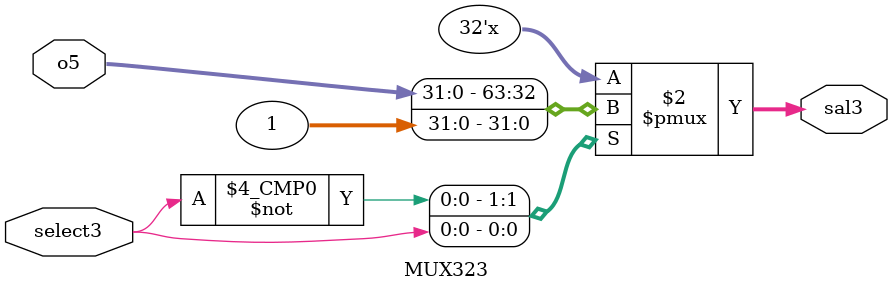
<source format=v>
`timescale 1ns/1ns

module MUX323(
	input [31:0]o5,
	input select3,
	output reg [31:0]sal3
);

always@* begin 
	case(select3)

		1'b0:
		begin
			sal3=o5;
		end
		1'b1:
		begin
			sal3=32'd1;
		end

	endcase
end
endmodule

</source>
